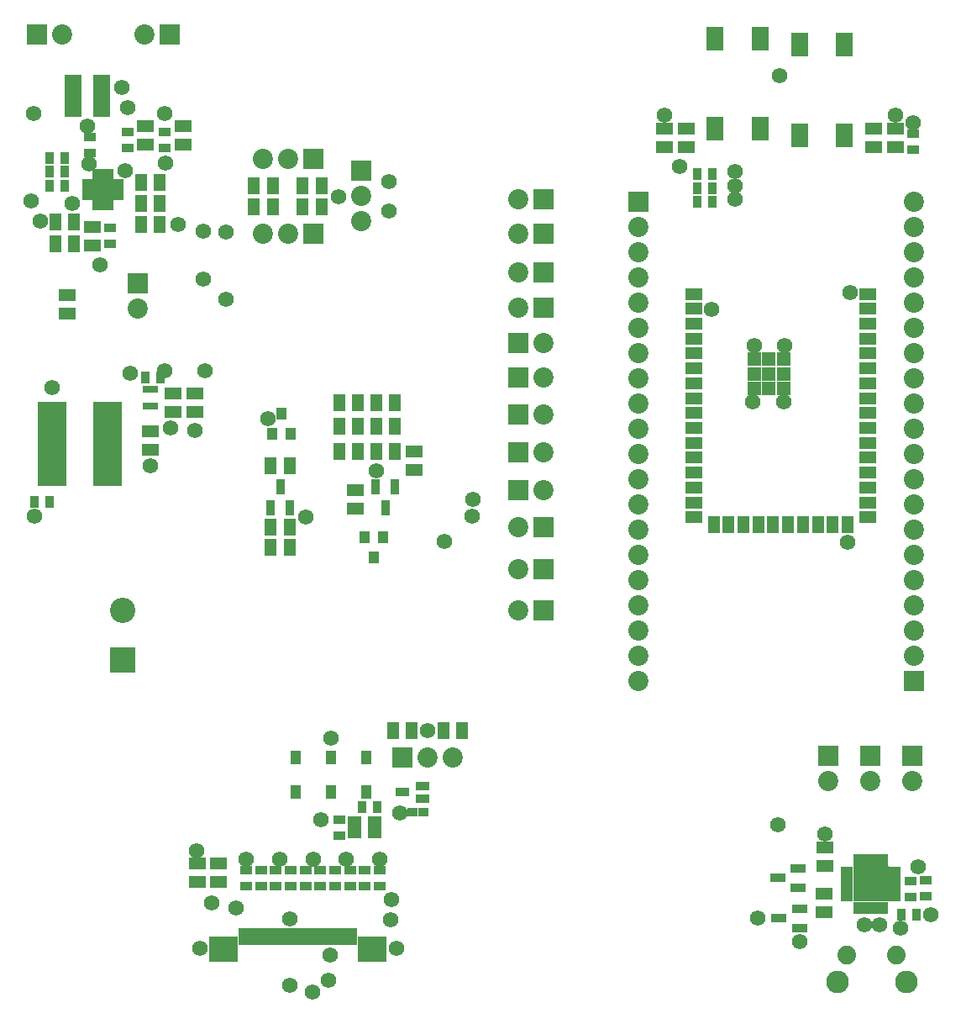
<source format=gts>
G04*
G04 #@! TF.GenerationSoftware,Altium Limited,Altium Designer,21.0.8 (223)*
G04*
G04 Layer_Color=8388736*
%FSLAX25Y25*%
%MOIN*%
G70*
G04*
G04 #@! TF.SameCoordinates,39A8B939-FCF9-4CCB-A2C1-C80A2B419B22*
G04*
G04*
G04 #@! TF.FilePolarity,Negative*
G04*
G01*
G75*
%ADD14R,0.03326X0.04901*%
%ADD15R,0.06909X0.05137*%
%ADD16R,0.05137X0.06909*%
%ADD17R,0.03562X0.06121*%
%ADD18R,0.04350X0.04743*%
%ADD19R,0.04901X0.03326*%
%ADD20R,0.05531X0.08877*%
%ADD21R,0.04153X0.03562*%
%ADD22R,0.05334X0.03169*%
%ADD23R,0.04350X0.05728*%
%ADD24R,0.06712X0.09468*%
%ADD25R,0.05531X0.05531*%
%ADD26R,0.07106X0.04743*%
%ADD27R,0.04743X0.07106*%
%ADD28R,0.11436X0.33484*%
%ADD29R,0.02381X0.03070*%
%ADD30R,0.01987X0.04547*%
%ADD31R,0.04547X0.01987*%
%ADD32R,0.07893X0.07893*%
%ADD33R,0.06909X0.16515*%
%ADD34R,0.11633X0.10255*%
%ADD35R,0.02381X0.06712*%
%ADD36R,0.06121X0.03562*%
%ADD37R,0.14389X0.14389*%
%ADD38R,0.05137X0.02381*%
%ADD39R,0.02381X0.05137*%
%ADD40C,0.08995*%
%ADD41C,0.07428*%
%ADD42R,0.10058X0.10058*%
%ADD43C,0.10058*%
%ADD44C,0.07991*%
%ADD45R,0.07991X0.07991*%
%ADD46R,0.07991X0.07991*%
%ADD47C,0.06200*%
D14*
X279650Y318000D02*
D03*
X273350D02*
D03*
X279650Y323500D02*
D03*
X273350D02*
D03*
Y329000D02*
D03*
X279650D02*
D03*
X140350Y78000D02*
D03*
X146650D02*
D03*
X16650Y199000D02*
D03*
X10350D02*
D03*
X54350Y248500D02*
D03*
X60650D02*
D03*
X22650Y335500D02*
D03*
X16350D02*
D03*
X22650Y330000D02*
D03*
X16350D02*
D03*
X22650Y324500D02*
D03*
X16350D02*
D03*
X360650Y35500D02*
D03*
X354350D02*
D03*
D15*
X161240Y219240D02*
D03*
Y211760D02*
D03*
X137740Y203740D02*
D03*
Y196260D02*
D03*
X83500Y55740D02*
D03*
Y48260D02*
D03*
X75000D02*
D03*
Y55740D02*
D03*
X269000Y347240D02*
D03*
Y339760D02*
D03*
X260500D02*
D03*
Y347240D02*
D03*
X56500Y227240D02*
D03*
Y219760D02*
D03*
X74000Y242240D02*
D03*
Y234760D02*
D03*
X65500D02*
D03*
Y242240D02*
D03*
X23500Y273760D02*
D03*
Y281240D02*
D03*
X33500Y308240D02*
D03*
Y300760D02*
D03*
X69500Y340760D02*
D03*
Y348240D02*
D03*
X54500Y340760D02*
D03*
Y348240D02*
D03*
X324000Y62240D02*
D03*
Y54760D02*
D03*
X323800Y43884D02*
D03*
Y36404D02*
D03*
X352142Y347240D02*
D03*
Y339760D02*
D03*
X343642D02*
D03*
Y347240D02*
D03*
D16*
X153480Y219000D02*
D03*
X146000D02*
D03*
Y229000D02*
D03*
X153480D02*
D03*
Y238500D02*
D03*
X146000D02*
D03*
X138980Y219000D02*
D03*
X131500D02*
D03*
Y229000D02*
D03*
X138980D02*
D03*
Y238500D02*
D03*
X131500D02*
D03*
X105097Y324500D02*
D03*
X97616D02*
D03*
X105097Y316000D02*
D03*
X97616D02*
D03*
X124448D02*
D03*
X116968D02*
D03*
X124448Y324500D02*
D03*
X116968D02*
D03*
X172760Y108500D02*
D03*
X180240D02*
D03*
X160240D02*
D03*
X152760D02*
D03*
X111740Y181000D02*
D03*
X104260D02*
D03*
Y189000D02*
D03*
X111740D02*
D03*
Y213500D02*
D03*
X104260D02*
D03*
X26240Y310000D02*
D03*
X18760D02*
D03*
X26240Y301500D02*
D03*
X18760D02*
D03*
X52760Y309000D02*
D03*
X60240D02*
D03*
Y317425D02*
D03*
X52760D02*
D03*
X60240Y325850D02*
D03*
X52760D02*
D03*
D17*
X153500Y205134D02*
D03*
X145980D02*
D03*
X149740Y196866D02*
D03*
X104240D02*
D03*
X111760D02*
D03*
X108000Y205134D02*
D03*
D18*
X148980Y184937D02*
D03*
X141500D02*
D03*
X145201Y177063D02*
D03*
X108539Y233937D02*
D03*
X112240Y226063D02*
D03*
X104760D02*
D03*
D19*
X131500Y66850D02*
D03*
Y73150D02*
D03*
X40500Y307650D02*
D03*
Y301350D02*
D03*
X32500Y343650D02*
D03*
Y337350D02*
D03*
X62000Y339350D02*
D03*
Y345650D02*
D03*
X47500Y339350D02*
D03*
Y345650D02*
D03*
X364220Y42795D02*
D03*
Y49095D02*
D03*
X358221Y42295D02*
D03*
Y48594D02*
D03*
X94500Y53150D02*
D03*
Y46850D02*
D03*
X100389Y53150D02*
D03*
Y46850D02*
D03*
X106278Y53150D02*
D03*
Y46850D02*
D03*
X112167Y53150D02*
D03*
Y46850D02*
D03*
X118055Y53150D02*
D03*
Y46850D02*
D03*
X123944Y53150D02*
D03*
Y46850D02*
D03*
X129833Y53150D02*
D03*
Y46850D02*
D03*
X135722Y53150D02*
D03*
Y46850D02*
D03*
X141611Y53150D02*
D03*
Y46850D02*
D03*
X147500Y53150D02*
D03*
Y46850D02*
D03*
X359000Y345150D02*
D03*
Y338850D02*
D03*
D20*
X145437Y70000D02*
D03*
X137563D02*
D03*
D21*
X160335Y76000D02*
D03*
X164665D02*
D03*
D22*
X156366Y84000D02*
D03*
X164634Y86559D02*
D03*
Y81441D02*
D03*
D23*
X142000Y84110D02*
D03*
Y97890D02*
D03*
X128000Y84110D02*
D03*
Y97890D02*
D03*
X114000D02*
D03*
Y84110D02*
D03*
D24*
X314142Y344587D02*
D03*
Y380413D02*
D03*
X331858Y344587D02*
D03*
Y380413D02*
D03*
X298358Y382913D02*
D03*
Y347087D02*
D03*
X280642Y382913D02*
D03*
Y347087D02*
D03*
D25*
X307811Y243984D02*
D03*
X301905D02*
D03*
X296000D02*
D03*
Y249890D02*
D03*
Y255795D02*
D03*
X301905D02*
D03*
X307811D02*
D03*
Y249890D02*
D03*
X301905D02*
D03*
D26*
X341039Y281583D02*
D03*
Y275677D02*
D03*
Y269772D02*
D03*
Y263866D02*
D03*
Y257961D02*
D03*
Y252055D02*
D03*
Y246150D02*
D03*
Y240244D02*
D03*
Y234339D02*
D03*
Y228433D02*
D03*
Y222528D02*
D03*
Y216622D02*
D03*
Y210717D02*
D03*
Y204811D02*
D03*
Y198906D02*
D03*
Y193000D02*
D03*
X272142D02*
D03*
Y198906D02*
D03*
Y204811D02*
D03*
Y210717D02*
D03*
Y216622D02*
D03*
Y222528D02*
D03*
Y228433D02*
D03*
Y234339D02*
D03*
Y240244D02*
D03*
Y246150D02*
D03*
Y252055D02*
D03*
Y257961D02*
D03*
Y263866D02*
D03*
Y269772D02*
D03*
Y275677D02*
D03*
Y281583D02*
D03*
D27*
X333165Y190047D02*
D03*
X327260D02*
D03*
X321354D02*
D03*
X315449D02*
D03*
X309543D02*
D03*
X303638D02*
D03*
X297732D02*
D03*
X291827D02*
D03*
X285921D02*
D03*
X280016D02*
D03*
D28*
X39524Y222000D02*
D03*
X17476D02*
D03*
D29*
X58572Y243655D02*
D03*
X56604D02*
D03*
X54635D02*
D03*
Y237056D02*
D03*
X56604D02*
D03*
X58572D02*
D03*
D30*
X34425Y317094D02*
D03*
X36000D02*
D03*
X37575D02*
D03*
X39150D02*
D03*
X40724D02*
D03*
Y328906D02*
D03*
X39150D02*
D03*
X37575D02*
D03*
X36000D02*
D03*
X34425D02*
D03*
D31*
X43480Y319850D02*
D03*
Y321425D02*
D03*
Y323000D02*
D03*
Y324575D02*
D03*
Y326150D02*
D03*
X31669D02*
D03*
Y324575D02*
D03*
Y323000D02*
D03*
Y321425D02*
D03*
Y319850D02*
D03*
D32*
X37575Y323000D02*
D03*
D33*
X25693Y360000D02*
D03*
X37307D02*
D03*
D34*
X144626Y21870D02*
D03*
X85374D02*
D03*
D35*
X137638Y26791D02*
D03*
X135669D02*
D03*
X133701D02*
D03*
X131732D02*
D03*
X129764D02*
D03*
X127795D02*
D03*
X125827D02*
D03*
X123858D02*
D03*
X121890D02*
D03*
X119921D02*
D03*
X117953D02*
D03*
X115984D02*
D03*
X114016D02*
D03*
X112047D02*
D03*
X110079D02*
D03*
X108110D02*
D03*
X106142D02*
D03*
X104173D02*
D03*
X102205D02*
D03*
X100236D02*
D03*
X98268D02*
D03*
X96299D02*
D03*
X94331D02*
D03*
X92362D02*
D03*
D36*
X314134Y30240D02*
D03*
Y37760D02*
D03*
X305866Y34000D02*
D03*
X313634Y46240D02*
D03*
Y53760D02*
D03*
X305366Y50000D02*
D03*
D37*
X342412Y47679D02*
D03*
D38*
X332963Y41774D02*
D03*
Y43742D02*
D03*
Y45711D02*
D03*
Y47679D02*
D03*
Y49648D02*
D03*
Y51616D02*
D03*
Y53585D02*
D03*
X351860D02*
D03*
Y51616D02*
D03*
Y49648D02*
D03*
Y47679D02*
D03*
Y45711D02*
D03*
Y43742D02*
D03*
Y41774D02*
D03*
D39*
X336506Y57128D02*
D03*
X338475D02*
D03*
X340443D02*
D03*
X342412D02*
D03*
X344380D02*
D03*
X346349D02*
D03*
X348317D02*
D03*
Y38231D02*
D03*
X346349D02*
D03*
X344380D02*
D03*
X342412D02*
D03*
X340443D02*
D03*
X338475D02*
D03*
X336506D02*
D03*
D40*
X328997Y8847D02*
D03*
X356556D02*
D03*
D41*
X332934Y19477D02*
D03*
X352619D02*
D03*
D42*
X45500Y136500D02*
D03*
D43*
Y156185D02*
D03*
D44*
X359642Y318000D02*
D03*
Y308000D02*
D03*
Y298000D02*
D03*
Y288000D02*
D03*
Y278000D02*
D03*
Y268000D02*
D03*
Y258000D02*
D03*
Y248000D02*
D03*
Y238000D02*
D03*
Y228000D02*
D03*
Y218000D02*
D03*
Y208000D02*
D03*
Y198000D02*
D03*
Y188000D02*
D03*
Y178000D02*
D03*
Y168000D02*
D03*
Y158000D02*
D03*
Y148000D02*
D03*
Y138000D02*
D03*
X140077Y320484D02*
D03*
Y310484D02*
D03*
X111032Y335203D02*
D03*
X101032D02*
D03*
X111032Y305343D02*
D03*
X101032D02*
D03*
X176500Y97890D02*
D03*
X166500D02*
D03*
X342149Y88500D02*
D03*
X325324D02*
D03*
X250000Y128000D02*
D03*
Y138000D02*
D03*
Y148000D02*
D03*
Y158000D02*
D03*
Y168000D02*
D03*
Y178000D02*
D03*
Y188000D02*
D03*
Y198000D02*
D03*
Y208000D02*
D03*
Y218000D02*
D03*
Y228000D02*
D03*
Y238000D02*
D03*
Y248000D02*
D03*
Y258000D02*
D03*
Y268000D02*
D03*
Y278000D02*
D03*
Y288000D02*
D03*
Y298000D02*
D03*
Y308000D02*
D03*
X202500Y156000D02*
D03*
Y172500D02*
D03*
Y189000D02*
D03*
X212500Y203875D02*
D03*
Y218750D02*
D03*
Y233625D02*
D03*
Y248500D02*
D03*
Y262000D02*
D03*
X202500Y276000D02*
D03*
Y319059D02*
D03*
X51437Y275739D02*
D03*
X54000Y384500D02*
D03*
X21500D02*
D03*
X202500Y305425D02*
D03*
Y289947D02*
D03*
X358973Y88500D02*
D03*
D45*
X359642Y128000D02*
D03*
X140077Y330484D02*
D03*
X342149Y98500D02*
D03*
X325324D02*
D03*
X250000Y318000D02*
D03*
X51437Y285739D02*
D03*
X358973Y98500D02*
D03*
D46*
X121032Y335203D02*
D03*
Y305343D02*
D03*
X156500Y97890D02*
D03*
X212500Y156000D02*
D03*
Y172500D02*
D03*
Y189000D02*
D03*
X202500Y203875D02*
D03*
Y218750D02*
D03*
Y233625D02*
D03*
Y248500D02*
D03*
Y262000D02*
D03*
X212500Y276000D02*
D03*
Y319059D02*
D03*
X64000Y384500D02*
D03*
X11500D02*
D03*
X212500Y305425D02*
D03*
Y289947D02*
D03*
D47*
X333083Y182961D02*
D03*
X297500Y34000D02*
D03*
X305500Y71000D02*
D03*
X146000Y211500D02*
D03*
X173000Y183500D02*
D03*
X184000Y193500D02*
D03*
X184500Y200000D02*
D03*
X120844Y4862D02*
D03*
X127000Y9500D02*
D03*
X111843Y7384D02*
D03*
X288500Y330000D02*
D03*
Y324500D02*
D03*
X266500Y332000D02*
D03*
X260500Y352590D02*
D03*
X352142D02*
D03*
X151000Y314500D02*
D03*
Y326000D02*
D03*
X288500Y319000D02*
D03*
X366000Y35500D02*
D03*
X354000Y30000D02*
D03*
X345000Y45000D02*
D03*
X339500Y50500D02*
D03*
X361000Y54500D02*
D03*
X62500Y333500D02*
D03*
X128000Y105390D02*
D03*
X124161Y73084D02*
D03*
X111750Y33750D02*
D03*
X166500Y108500D02*
D03*
X155422Y75878D02*
D03*
X74878Y60653D02*
D03*
X151796Y33461D02*
D03*
X90500Y38000D02*
D03*
X152000Y41500D02*
D03*
X80862Y40071D02*
D03*
X154000Y22000D02*
D03*
X76000D02*
D03*
X134250Y57500D02*
D03*
X121000D02*
D03*
X107750D02*
D03*
X94500D02*
D03*
X147500D02*
D03*
X127710Y19549D02*
D03*
X324000Y67500D02*
D03*
X314134Y24634D02*
D03*
X334000Y282000D02*
D03*
X307898Y238726D02*
D03*
X295507Y238705D02*
D03*
X296283Y261035D02*
D03*
X308045Y261119D02*
D03*
X279000Y275500D02*
D03*
X86358Y279270D02*
D03*
X77500Y287500D02*
D03*
X86500Y306000D02*
D03*
X77500Y306500D02*
D03*
X359000Y349500D02*
D03*
X306000Y368000D02*
D03*
X118000Y193000D02*
D03*
X103000Y232000D02*
D03*
X56500Y213500D02*
D03*
X48500Y250000D02*
D03*
X10500Y193500D02*
D03*
X78000Y251000D02*
D03*
X64500Y228500D02*
D03*
X62000Y251000D02*
D03*
X17500Y244500D02*
D03*
X74000Y227500D02*
D03*
X131000Y320000D02*
D03*
X31326Y347986D02*
D03*
X32125Y332985D02*
D03*
X45000Y363500D02*
D03*
X36500Y293000D02*
D03*
X12892Y310500D02*
D03*
X67500Y309000D02*
D03*
X62000Y353000D02*
D03*
X10000D02*
D03*
X9000Y318500D02*
D03*
X25500Y317500D02*
D03*
X46500Y330500D02*
D03*
X47500Y355500D02*
D03*
X339721Y31445D02*
D03*
X345721D02*
D03*
M02*

</source>
